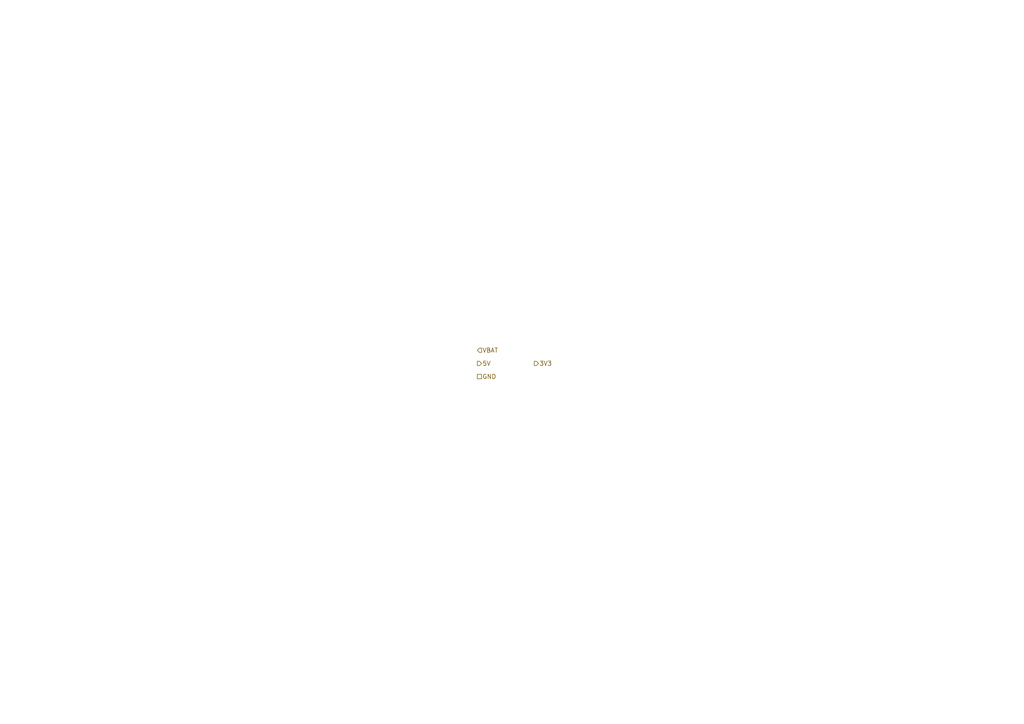
<source format=kicad_sch>
(kicad_sch
	(version 20231120)
	(generator "eeschema")
	(generator_version "8.0")
	(uuid "79b59914-b35d-4451-9823-9568c0e48029")
	(paper "A4")
	(title_block
		(company "Ege Turan")
		(comment 2 "Stanford, CA 94305")
		(comment 3 "Electrical Engineering Department")
		(comment 4 "Stanford University")
	)
	(lib_symbols)
	(hierarchical_label "5V"
		(shape output)
		(at 138.43 105.41 0)
		(fields_autoplaced yes)
		(effects
			(font
				(size 1.27 1.27)
			)
			(justify left)
		)
		(uuid "1739ef48-72ad-430b-8438-4bc8c1b27df7")
	)
	(hierarchical_label "3V3"
		(shape output)
		(at 154.94 105.41 0)
		(fields_autoplaced yes)
		(effects
			(font
				(size 1.27 1.27)
			)
			(justify left)
		)
		(uuid "41e700e8-0645-4cbc-b05b-5b7bb7e605a6")
	)
	(hierarchical_label "VBAT"
		(shape input)
		(at 138.43 101.6 0)
		(fields_autoplaced yes)
		(effects
			(font
				(size 1.27 1.27)
			)
			(justify left)
		)
		(uuid "5d6bcd1f-cbdb-4ac2-bcc6-f32c68d6eb89")
	)
	(hierarchical_label "GND"
		(shape passive)
		(at 138.43 109.22 0)
		(fields_autoplaced yes)
		(effects
			(font
				(size 1.27 1.27)
			)
			(justify left)
		)
		(uuid "928c5c9f-7263-413e-913b-103ce89fe94a")
	)
)

</source>
